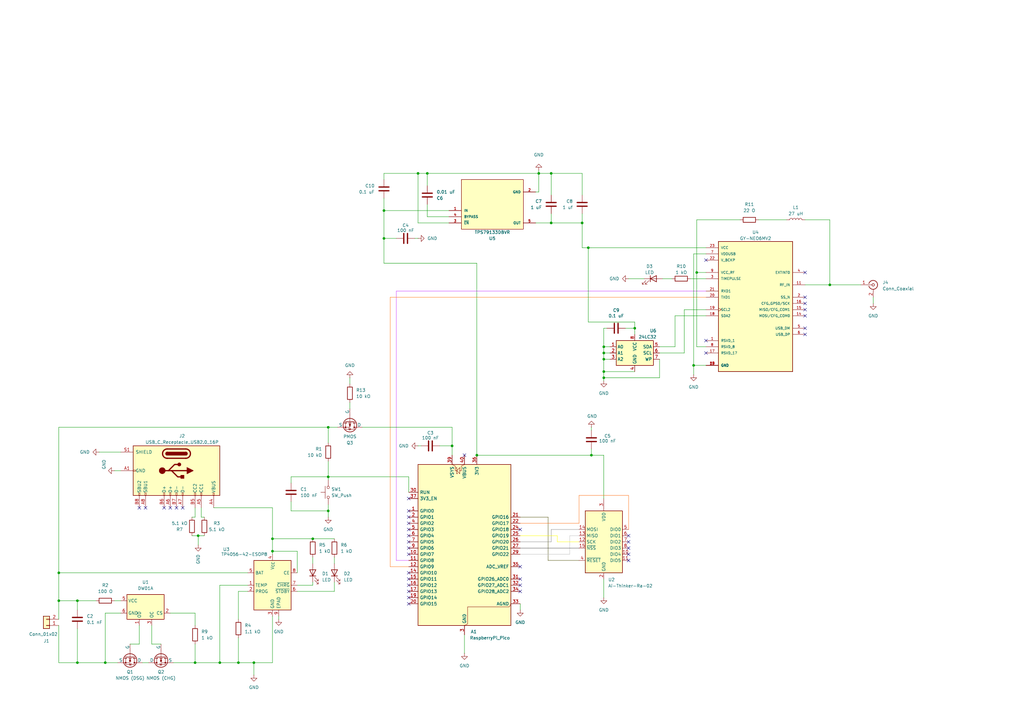
<source format=kicad_sch>
(kicad_sch (version 20250114) (generator "eeschema") (generator_version "9.0")
  (paper "A3")
  (lib_symbols
    (symbol "Battery_Management:DW01A"
      (property "Reference" "U1" (at 0 10.16 0))
      (property "Value" "DW01A" (at 0 7.62 0))
      (symbol "DW01A_0_1"
        (pin power_in line (at -10.16 2.54 0) (length 2.54) (name "VCC") (number "5"))
        (pin power_out line (at -10.16 -2.54 0) (length 2.54) (name "GND") (number "6"))
        (pin output line (at -2.54 -7.62 90) (length 2.54) (name "OD") (number "1"))
        (pin output line (at 2.54 -7.62 90) (length 2.54) (name "OC") (number "3"))
        (pin input line (at 10.16 -2.54 180) (length 2.54) (name "CS") (number "2"))
      )
      (symbol "DW01A_1_1"
        (pin no_connect line (at 10.16 2.54 180) (length 2.54) (hide yes) (name "TD") (number "4"))
      )
    )
    (symbol "Connector:Conn_Coaxial" (pin_names (offset 1.016) (hide yes))
      (property "Reference" "J" (at 0.254 3.048 0))
      (property "Value" "Conn_Coaxial" (at 2.921 0 90))
      (symbol "Conn_Coaxial_1_1"
        (pin passive line (at -5.08 0 0) (length 2.54) (name "In") (number "1"))
        (pin passive line (at 0 -5.08 90) (length 2.54) (name "Ext") (number "2"))
      )
    )
    (symbol "Connector:USB_C_Receptacle_USB2.0_16P" (pin_names (offset 1.016))
      (property "Reference" "J2" (at -14.224 2.286 90))
      (property "Value" "USB_C_Receptacle_USB2.0_16P" (at -11.684 2.286 90))
      (symbol "USB_C_Receptacle_USB2.0_16P_1_1"
        (pin passive line (at -7.62 -22.86 90) (length 5.08) (name "SHIELD") (number "S1"))
        (pin passive line (at 0 -22.86 90) (length 5.08) (name "GND") (number "A1"))
        (pin passive line (at 0 -22.86 90) (length 5.08) (hide yes) (name "GND") (number "A12"))
        (pin passive line (at 0 -22.86 90) (length 5.08) (hide yes) (name "GND") (number "B1"))
        (pin passive line (at 0 -22.86 90) (length 5.08) (hide yes) (name "GND") (number "B12"))
        (pin power_out line (at 15.24 15.24 180) (length 5.08) (name "VBUS") (number "A4"))
        (pin passive line (at 15.24 15.24 180) (length 5.08) (hide yes) (name "VBUS") (number "A9"))
        (pin passive line (at 15.24 15.24 180) (length 5.08) (hide yes) (name "VBUS") (number "B4"))
        (pin passive line (at 15.24 15.24 180) (length 5.08) (hide yes) (name "VBUS") (number "B9"))
        (pin bidirectional line (at 15.24 10.16 180) (length 5.08) (name "CC1") (number "A5"))
        (pin bidirectional line (at 15.24 7.62 180) (length 5.08) (name "CC2") (number "B5"))
        (pin bidirectional line (at 15.24 2.54 180) (length 5.08) (name "D-") (number "A7"))
        (pin bidirectional line (at 15.24 0 180) (length 5.08) (name "D-") (number "B7"))
        (pin bidirectional line (at 15.24 -2.54 180) (length 5.08) (name "D+") (number "A6"))
        (pin bidirectional line (at 15.24 -5.08 180) (length 5.08) (name "D+") (number "B6"))
        (pin bidirectional line (at 15.24 -12.7 180) (length 5.08) (name "SBU1") (number "A8"))
        (pin bidirectional line (at 15.24 -15.24 180) (length 5.08) (name "SBU2") (number "B8"))
      )
    )
    (symbol "Connector_Generic:Conn_01x02" (pin_names (offset 1.016) (hide yes))
      (property "Reference" "J" (at 0 2.54 0))
      (property "Value" "Conn_01x02" (at 0 -5.08 0))
      (symbol "Conn_01x02_1_1"
        (pin passive line (at -5.08 0 0) (length 3.81) (name "Pin_1") (number "1"))
        (pin passive line (at -5.08 -2.54 0) (length 3.81) (name "Pin_2") (number "2"))
      )
    )
    (symbol "Device:C" (pin_numbers (hide yes)) (pin_names (offset 0.254))
      (property "Reference" "C" (at 0.635 2.54 0))
      (property "Value" "C" (at 0.635 -2.54 0))
      (symbol "C_1_1"
        (pin passive line (at 0 3.81 270) (length 2.794) (name "~") (number "1"))
        (pin passive line (at 0 -3.81 90) (length 2.794) (name "~") (number "2"))
      )
    )
    (symbol "Device:L" (pin_numbers (hide yes)) (pin_names (offset 1.016) (hide yes))
      (property "Reference" "L" (at -1.27 0 90))
      (property "Value" "L" (at 1.905 0 90))
      (symbol "L_1_1"
        (pin passive line (at 0 3.81 270) (length 1.27) (name "1") (number "1"))
        (pin passive line (at 0 -3.81 90) (length 1.27) (name "2") (number "2"))
      )
    )
    (symbol "Device:LED" (pin_numbers (hide yes)) (pin_names (offset 1.016) (hide yes))
      (property "Reference" "D" (at 0 2.54 0))
      (property "Value" "LED" (at 0 -2.54 0))
      (symbol "LED_1_1"
        (pin passive line (at -3.81 0 0) (length 2.54) (name "K") (number "1"))
        (pin passive line (at 3.81 0 180) (length 2.54) (name "A") (number "2"))
      )
    )
    (symbol "Device:R" (pin_numbers (hide yes)) (pin_names (offset 0))
      (property "Reference" "R" (at 2.032 0 90))
      (property "Value" "R" (at 0 0 90))
      (symbol "R_1_1"
        (pin passive line (at 0 3.81 270) (length 1.27) (name "~") (number "1"))
        (pin passive line (at 0 -3.81 90) (length 1.27) (name "~") (number "2"))
      )
    )
    (symbol "GND_2" (power) (pin_numbers (hide yes)) (pin_names (offset 0) (hide yes))
      (property "Value" "GND" (at 0 -5.08 0))
      (symbol "GND_2_1_1"
        (pin passive line (at 0 0 270) (length 0) (name "~") (number "1"))
      )
    )
    (symbol "GY-NEO6MV2:GY-NEO6MV2" (pin_names (offset 1.016))
      (property "Reference" "U" (at -15.2439 26.0408 0))
      (property "Value" "GY-NEO6MV2" (at -15.2445 -30.4874 0))
      (symbol "GY-NEO6MV2_0_0"
        (pin input line (at -20.32 12.7 0) (length 5.08) (name "EXTINT0") (number "4"))
        (pin input line (at -20.32 7.62 0) (length 5.08) (name "RF_IN") (number "11"))
        (pin input line (at -20.32 2.54 0) (length 5.08) (name "SS_N") (number "2"))
        (pin input line (at -20.32 0 0) (length 5.08) (name "CFG_GPS0/SCK") (number "16"))
        (pin input line (at -20.32 -2.54 0) (length 5.08) (name "MISO/CFG_COM1") (number "15"))
        (pin bidirectional line (at -20.32 -5.08 0) (length 5.08) (name "MOSI/CFG_COM0") (number "14"))
        (pin bidirectional line (at -20.32 -10.16 0) (length 5.08) (name "USB_DM") (number "5"))
        (pin bidirectional line (at -20.32 -12.7 0) (length 5.08) (name "USB_DP") (number "6"))
        (pin power_in line (at 20.32 22.86 180) (length 5.08) (name "VCC") (number "23"))
        (pin power_in line (at 20.32 20.32 180) (length 5.08) (name "VDDUSB") (number "7"))
        (pin power_in line (at 20.32 17.78 180) (length 5.08) (name "V_BCKP") (number "22"))
        (pin output line (at 20.32 12.7 180) (length 5.08) (name "VCC_RF") (number "9"))
        (pin output line (at 20.32 10.16 180) (length 5.08) (name "TIMEPULSE") (number "3"))
        (pin input line (at 20.32 5.08 180) (length 5.08) (name "RXD1") (number "21"))
        (pin output line (at 20.32 2.54 180) (length 5.08) (name "TXD1") (number "20"))
        (pin bidirectional clock (at 20.32 -2.54 180) (length 5.08) (name "SCL2") (number "19"))
        (pin bidirectional line (at 20.32 -5.08 180) (length 5.08) (name "SDA2") (number "18"))
        (pin passive line (at 20.32 -15.24 180) (length 5.08) (name "RSVD_1") (number "1"))
        (pin passive line (at 20.32 -17.78 180) (length 5.08) (name "RSVD_8") (number "8"))
        (pin passive line (at 20.32 -20.32 180) (length 5.08) (name "RSVD_17") (number "17"))
        (pin power_in line (at 20.32 -25.4 180) (length 5.08) (name "GND") (number "10"))
        (pin power_in line (at 20.32 -25.4 180) (length 5.08) (name "GND") (number "12"))
        (pin power_in line (at 20.32 -25.4 180) (length 5.08) (name "GND") (number "13"))
        (pin power_in line (at 20.32 -25.4 180) (length 5.08) (name "GND") (number "24"))
      )
    )
    (symbol "MCU_Module:RaspberryPi_Pico" (pin_names (offset 0.762))
      (property "Reference" "A" (at -19.05 35.56 0))
      (property "Value" "RaspberryPi_Pico" (at 7.62 35.56 0))
      (symbol "RaspberryPi_Pico_1_1"
        (pin passive line (at -22.86 22.86 0) (length 3.81) (name "RUN") (number "30"))
        (pin passive line (at -22.86 20.32 0) (length 3.81) (name "3V3_EN") (number "37"))
        (pin bidirectional line (at -22.86 15.24 0) (length 3.81) (name "GPIO0") (number "1"))
        (pin bidirectional line (at -22.86 12.7 0) (length 3.81) (name "GPIO1") (number "2"))
        (pin bidirectional line (at -22.86 10.16 0) (length 3.81) (name "GPIO2") (number "4"))
        (pin bidirectional line (at -22.86 7.62 0) (length 3.81) (name "GPIO3") (number "5"))
        (pin bidirectional line (at -22.86 5.08 0) (length 3.81) (name "GPIO4") (number "6"))
        (pin bidirectional line (at -22.86 2.54 0) (length 3.81) (name "GPIO5") (number "7"))
        (pin bidirectional line (at -22.86 0 0) (length 3.81) (name "GPIO6") (number "9"))
        (pin bidirectional line (at -22.86 -2.54 0) (length 3.81) (name "GPIO7") (number "10"))
        (pin bidirectional line (at -22.86 -5.08 0) (length 3.81) (name "GPIO8") (number "11"))
        (pin bidirectional line (at -22.86 -7.62 0) (length 3.81) (name "GPIO9") (number "12"))
        (pin bidirectional line (at -22.86 -10.16 0) (length 3.81) (name "GPIO10") (number "14"))
        (pin bidirectional line (at -22.86 -12.7 0) (length 3.81) (name "GPIO11") (number "15"))
        (pin bidirectional line (at -22.86 -15.24 0) (length 3.81) (name "GPIO12") (number "16"))
        (pin bidirectional line (at -22.86 -17.78 0) (length 3.81) (name "GPIO13") (number "17"))
        (pin bidirectional line (at -22.86 -20.32 0) (length 3.81) (name "GPIO14") (number "19"))
        (pin bidirectional line (at -22.86 -22.86 0) (length 3.81) (name "GPIO15") (number "20"))
        (pin power_in line (at -5.08 38.1 270) (length 3.81) (name "VSYS") (number "39"))
        (pin power_out line (at 0 38.1 270) (length 3.81) (name "VBUS") (number "40"))
        (pin passive line (at 0 -35.56 90) (length 3.81) (hide yes) (name "GND") (number "13"))
        (pin passive line (at 0 -35.56 90) (length 3.81) (hide yes) (name "GND") (number "18"))
        (pin passive line (at 0 -35.56 90) (length 3.81) (hide yes) (name "GND") (number "23"))
        (pin passive line (at 0 -35.56 90) (length 3.81) (hide yes) (name "GND") (number "28"))
        (pin power_out line (at 0 -35.56 90) (length 3.81) (name "GND") (number "3"))
        (pin passive line (at 0 -35.56 90) (length 3.81) (hide yes) (name "GND") (number "38"))
        (pin passive line (at 0 -35.56 90) (length 3.81) (hide yes) (name "GND") (number "8"))
        (pin power_out line (at 5.08 38.1 270) (length 3.81) (name "3V3") (number "36"))
        (pin bidirectional line (at 22.86 12.7 180) (length 3.81) (name "GPIO16") (number "21"))
        (pin bidirectional line (at 22.86 10.16 180) (length 3.81) (name "GPIO17") (number "22"))
        (pin bidirectional line (at 22.86 7.62 180) (length 3.81) (name "GPIO18") (number "24"))
        (pin bidirectional line (at 22.86 5.08 180) (length 3.81) (name "GPIO19") (number "25"))
        (pin bidirectional line (at 22.86 2.54 180) (length 3.81) (name "GPIO20") (number "26"))
        (pin bidirectional line (at 22.86 0 180) (length 3.81) (name "GPIO21") (number "27"))
        (pin bidirectional line (at 22.86 -2.54 180) (length 3.81) (name "GPIO22") (number "29"))
        (pin power_in line (at 22.86 -7.62 180) (length 3.81) (name "ADC_VREF") (number "35"))
        (pin bidirectional line (at 22.86 -12.7 180) (length 3.81) (name "GPIO26_ADC0") (number "31"))
        (pin bidirectional line (at 22.86 -15.24 180) (length 3.81) (name "GPIO27_ADC1") (number "32"))
        (pin bidirectional line (at 22.86 -17.78 180) (length 3.81) (name "GPIO28_ADC2") (number "34"))
        (pin power_out line (at 22.86 -22.86 180) (length 3.81) (name "AGND") (number "33"))
      )
    )
    (symbol "Memory_EEPROM:24LC32"
      (property "Reference" "U" (at -6.35 6.35 0))
      (property "Value" "24LC32" (at 1.27 6.35 0))
      (symbol "24LC32_1_1"
        (pin input line (at -10.16 2.54 0) (length 2.54) (name "A0") (number "1"))
        (pin input line (at -10.16 0 0) (length 2.54) (name "A1") (number "2"))
        (pin input line (at -10.16 -2.54 0) (length 2.54) (name "A2") (number "3"))
        (pin power_in line (at 0 7.62 270) (length 2.54) (name "VCC") (number "8"))
        (pin power_in line (at 0 -7.62 90) (length 2.54) (name "GND") (number "4"))
        (pin bidirectional line (at 10.16 2.54 180) (length 2.54) (name "SDA") (number "5"))
        (pin input line (at 10.16 0 180) (length 2.54) (name "SCL") (number "6"))
        (pin input line (at 10.16 -2.54 180) (length 2.54) (name "WP") (number "7"))
      )
    )
    (symbol "RF_Module:Ai-Thinker-Ra-02"
      (property "Reference" "U" (at 2.54 19.05 0))
      (property "Value" "Ai-Thinker-Ra-02" (at 13.97 -15.24 0))
      (symbol "Ai-Thinker-Ra-02_1_1"
        (pin input line (at -10.16 5.08 0) (length 2.54) (name "MOSI") (number "14"))
        (pin output line (at -10.16 2.54 0) (length 2.54) (name "MISO") (number "13"))
        (pin input line (at -10.16 0 0) (length 2.54) (name "SCK") (number "12"))
        (pin input line (at -10.16 -2.54 0) (length 2.54) (name "~{NSS}") (number "15"))
        (pin input line (at -10.16 -7.62 0) (length 2.54) (name "~{RESET}") (number "4"))
        (pin power_in line (at 0 17.78 270) (length 5.08) (name "VDD") (number "3"))
        (pin passive line (at 0 -15.24 90) (length 2.54) (hide yes) (name "GND") (number "1"))
        (pin passive line (at 0 -15.24 90) (length 2.54) (hide yes) (name "GND") (number "16"))
        (pin power_in line (at 0 -15.24 90) (length 2.54) (name "GND") (number "2"))
        (pin passive line (at 0 -15.24 90) (length 2.54) (hide yes) (name "GND") (number "9"))
        (pin bidirectional line (at 10.16 5.08 180) (length 2.54) (name "DIO0") (number "5"))
        (pin bidirectional line (at 10.16 2.54 180) (length 2.54) (name "DIO1") (number "6"))
        (pin bidirectional line (at 10.16 0 180) (length 2.54) (name "DIO2") (number "7"))
        (pin bidirectional line (at 10.16 -2.54 180) (length 2.54) (name "DIO3") (number "8"))
        (pin bidirectional line (at 10.16 -5.08 180) (length 2.54) (name "DIO4") (number "10"))
        (pin bidirectional line (at 10.16 -7.62 180) (length 2.54) (name "DIO5") (number "11"))
      )
    )
    (symbol "Simulation_SPICE:NMOS" (pin_numbers (hide yes)) (pin_names (offset 0))
      (property "Reference" "Q" (at 5.08 1.27 0))
      (property "Value" "NMOS" (at 5.08 -1.27 0))
      (symbol "NMOS_1_1"
        (pin input line (at -5.08 0 0) (length 2.54) (name "G") (number "2"))
        (pin passive line (at 2.54 5.08 270) (length 2.54) (name "D") (number "1"))
        (pin passive line (at 2.54 -5.08 90) (length 2.54) (name "S") (number "3"))
      )
    )
    (symbol "Simulation_SPICE:PMOS" (pin_numbers (hide yes)) (pin_names (offset 0))
      (property "Reference" "Q" (at 5.08 1.27 0))
      (property "Value" "PMOS" (at 5.08 -1.27 0))
      (symbol "PMOS_1_1"
        (pin input line (at -5.08 0 0) (length 2.54) (name "G") (number "2"))
        (pin passive line (at 2.54 5.08 270) (length 2.54) (name "D") (number "1"))
        (pin passive line (at 2.54 -5.08 90) (length 2.54) (name "S") (number "3"))
      )
    )
    (symbol "Switch:SW_Push" (pin_numbers (hide yes)) (pin_names (offset 1.016) (hide yes))
      (property "Reference" "SW" (at 1.27 2.54 0))
      (property "Value" "SW_Push" (at 0 -1.524 0))
      (symbol "SW_Push_0_1"
        (pin passive line (at -5.08 0 0) (length 2.54) (name "1") (number "1"))
        (pin passive line (at 5.08 0 180) (length 2.54) (name "2") (number "2"))
      )
    )
    (symbol "TP4056-42-ESOP8_1"
      (property "Reference" "U" (at -6.604 11.684 0))
      (property "Value" "TP4056-42-ESOP8" (at 10.16 11.684 0))
      (symbol "TP4056-42-ESOP8_1_1_0"
        (pin input line (at -10.16 5.08 0) (length 2.54) (name "CE") (number "8"))
        (pin open_collector line (at -10.16 0 0) (length 2.54) (name "~{CHRG}") (number "7"))
        (pin open_collector line (at -10.16 -2.54 0) (length 2.54) (name "~{STDBY}") (number "6"))
        (pin passive line (at -2.54 -12.7 90) (length 2.54) (name "EPAD") (number "9"))
        (pin power_in line (at 0 12.7 270) (length 2.54) (name "V_{CC}") (number "4"))
        (pin power_in line (at 0 -12.7 90) (length 2.54) (name "GND") (number "3"))
        (pin power_out line (at 10.16 5.08 180) (length 2.54) (name "BAT") (number "5"))
        (pin input line (at 10.16 0 180) (length 2.54) (name "TEMP") (number "1"))
        (pin passive line (at 10.16 -2.54 180) (length 2.54) (name "PROG") (number "2"))
      )
    )
    (symbol "TPS79133DBVR:TPS79133DBVR" (pin_names (offset 1.016))
      (property "Reference" "U5" (at 0 13.97 0))
      (property "Value" "TPS79133DBVR" (at 0 11.43 0))
      (symbol "TPS79133DBVR_0_0"
        (pin input line (at -17.78 7.62 0) (length 5.08) (name "~{EN}") (number "3"))
        (pin input line (at -17.78 5.08 0) (length 5.08) (name "BYPASS") (number "4"))
        (pin input line (at -17.78 2.54 0) (length 5.08) (name "IN") (number "1"))
        (pin power_out line (at 17.78 7.62 180) (length 5.08) (name "OUT") (number "5"))
        (pin power_in line (at 17.78 -5.08 180) (length 5.08) (name "GND") (number "2"))
      )
    )
    (symbol "power:GND" (power) (pin_numbers (hide yes)) (pin_names (offset 0) (hide yes))
      (property "Value" "GND" (at 0 -3.81 0))
      (symbol "GND_1_1"
        (pin power_in line (at 0 0 270) (length 0) (name "~") (number "1"))
      )
    )
  )
  (junction (at 285.75 111.76))
  (junction (at 185.42 182.88))
  (junction (at 220.98 71.12))
  (junction (at 128.27 220.98))
  (junction (at 226.06 91.44))
  (junction (at 247.65 142.24))
  (junction (at 242.57 186.69))
  (junction (at 241.3 101.6))
  (junction (at 247.65 152.4))
  (junction (at 247.65 144.78))
  (junction (at 80.01 271.78))
  (junction (at 171.45 71.12))
  (junction (at 134.62 195.58))
  (junction (at 104.14 271.78))
  (junction (at 134.62 175.26))
  (junction (at 81.28 219.71))
  (junction (at 175.26 71.12))
  (junction (at 260.35 134.62))
  (junction (at 24.13 246.38))
  (junction (at 238.76 91.44))
  (junction (at 247.65 147.32))
  (junction (at 97.79 271.78))
  (junction (at 157.48 86.36))
  (junction (at 340.36 116.84))
  (junction (at 226.06 71.12))
  (junction (at 111.76 226.06))
  (junction (at 195.58 186.69))
  (junction (at 31.75 271.78))
  (junction (at 90.17 271.78))
  (junction (at 24.13 234.95))
  (junction (at 111.76 220.98))
  (junction (at 31.75 246.38))
  (junction (at 284.48 149.86))
  (junction (at 134.62 209.55))
  (junction (at 247.65 154.94))
  (junction (at 43.18 271.78))
  (junction (at 157.48 97.79))
  (no_connect (at 57.15 208.28))
  (no_connect (at 167.64 245.11))
  (no_connect (at 67.31 208.28))
  (no_connect (at 167.64 227.33))
  (no_connect (at 330.2 129.54))
  (no_connect (at 330.2 127))
  (no_connect (at 330.2 137.16))
  (no_connect (at 167.64 240.03))
  (no_connect (at 289.56 144.78))
  (no_connect (at 167.64 204.47))
  (no_connect (at 167.64 234.95))
  (no_connect (at 72.39 208.28))
  (no_connect (at 257.81 227.33))
  (no_connect (at 167.64 214.63))
  (no_connect (at 330.2 124.46))
  (no_connect (at 213.36 217.17))
  (no_connect (at 213.36 240.03))
  (no_connect (at 167.64 242.57))
  (no_connect (at 257.81 219.71))
  (no_connect (at 257.81 229.87))
  (no_connect (at 167.64 212.09))
  (no_connect (at 289.56 139.7))
  (no_connect (at 167.64 224.79))
  (no_connect (at 167.64 222.25))
  (no_connect (at 289.56 106.68))
  (no_connect (at 59.69 208.28))
  (no_connect (at 190.5 186.69))
  (no_connect (at 167.64 237.49))
  (no_connect (at 167.64 217.17))
  (no_connect (at 213.36 232.41))
  (no_connect (at 69.85 208.28))
  (no_connect (at 167.64 247.65))
  (no_connect (at 330.2 134.62))
  (no_connect (at 213.36 242.57))
  (no_connect (at 330.2 121.92))
  (no_connect (at 167.64 209.55))
  (no_connect (at 257.81 224.79))
  (no_connect (at 74.93 208.28))
  (no_connect (at 167.64 219.71))
  (no_connect (at 213.36 237.49))
  (no_connect (at 257.81 222.25))
  (no_connect (at 330.2 111.76))
  (wire (pts (xy 175.26 88.9) (xy 175.26 83.82)))
  (wire (pts (xy 340.36 116.84) (xy 330.2 116.84)))
  (wire (pts (xy 190.5 260.35) (xy 190.5 267.97)))
  (wire (pts (xy 157.48 71.12) (xy 171.45 71.12)))
  (wire (pts (xy 250.19 147.32) (xy 247.65 147.32)))
  (wire (pts (xy 160.02 121.92) (xy 160.02 232.41)) (stroke (width 0) (color 255 115 12 1)))
  (wire (pts (xy 134.62 207.01) (xy 134.62 209.55)))
  (wire (pts (xy 128.27 220.98) (xy 111.76 220.98)))
  (wire (pts (xy 143.51 154.94) (xy 143.51 157.48)))
  (wire (pts (xy 250.19 144.78) (xy 247.65 144.78)))
  (wire (pts (xy 162.56 119.38) (xy 162.56 229.87)) (stroke (width 0) (color 199 54 255 1)))
  (wire (pts (xy 226.06 91.44) (xy 226.06 87.63)))
  (wire (pts (xy 171.45 182.88) (xy 172.72 182.88)))
  (wire (pts (xy 241.3 101.6) (xy 289.56 101.6)))
  (wire (pts (xy 270.51 144.78) (xy 280.67 144.78)))
  (wire (pts (xy 134.62 175.26) (xy 138.43 175.26)))
  (wire (pts (xy 247.65 186.69) (xy 247.65 204.47)))
  (wire (pts (xy 175.26 76.2) (xy 175.26 71.12)))
  (wire (pts (xy 340.36 90.17) (xy 340.36 116.84)))
  (wire (pts (xy 247.65 237.49) (xy 247.65 245.11)))
  (wire (pts (xy 31.75 246.38) (xy 31.75 250.19)))
  (wire (pts (xy 134.62 175.26) (xy 134.62 181.61)))
  (wire (pts (xy 247.65 147.32) (xy 247.65 152.4)))
  (wire (pts (xy 57.15 256.54) (xy 57.15 264.16)))
  (wire (pts (xy 97.79 261.62) (xy 97.79 271.78)))
  (wire (pts (xy 233.68 219.71) (xy 237.49 219.71)) (stroke (width 0) (color 194 194 194 1)))
  (wire (pts (xy 213.36 212.09) (xy 224.79 212.09)) (stroke (width 0) (color 72 72 0 1)))
  (wire (pts (xy 260.35 132.08) (xy 260.35 134.62)))
  (wire (pts (xy 80.01 208.28) (xy 80.01 212.09)))
  (wire (pts (xy 237.49 203.2) (xy 257.81 203.2)) (stroke (width 0) (color 255 110 18 1)))
  (wire (pts (xy 82.55 212.09) (xy 83.82 212.09)))
  (wire (pts (xy 285.75 90.17) (xy 303.53 90.17)))
  (wire (pts (xy 238.76 80.01) (xy 238.76 71.12)))
  (wire (pts (xy 171.45 71.12) (xy 175.26 71.12)))
  (wire (pts (xy 247.65 152.4) (xy 247.65 154.94)))
  (wire (pts (xy 238.76 91.44) (xy 238.76 101.6)))
  (wire (pts (xy 289.56 129.54) (xy 276.86 129.54)))
  (wire (pts (xy 322.58 90.17) (xy 311.15 90.17)))
  (wire (pts (xy 157.48 86.36) (xy 157.48 81.28)))
  (wire (pts (xy 280.67 144.78) (xy 280.67 127)))
  (wire (pts (xy 157.48 86.36) (xy 157.48 97.79)))
  (wire (pts (xy 226.06 217.17) (xy 237.49 217.17)) (stroke (width 0) (color 132 132 132 1)))
  (wire (pts (xy 90.17 271.78) (xy 97.79 271.78)))
  (wire (pts (xy 134.62 195.58) (xy 167.64 195.58)))
  (wire (pts (xy 330.2 90.17) (xy 340.36 90.17)))
  (wire (pts (xy 224.79 212.09) (xy 224.79 229.87)) (stroke (width 0) (color 72 72 0 1)))
  (wire (pts (xy 247.65 144.78) (xy 247.65 147.32)))
  (wire (pts (xy 24.13 246.38) (xy 31.75 246.38)))
  (wire (pts (xy 24.13 175.26) (xy 24.13 234.95)))
  (wire (pts (xy 242.57 186.69) (xy 247.65 186.69)))
  (wire (pts (xy 80.01 212.09) (xy 78.74 212.09)))
  (wire (pts (xy 195.58 186.69) (xy 242.57 186.69)))
  (wire (pts (xy 81.28 219.71) (xy 81.28 223.52)))
  (wire (pts (xy 162.56 119.38) (xy 289.56 119.38)) (stroke (width 0) (color 199 54 255 1)))
  (wire (pts (xy 134.62 189.23) (xy 134.62 195.58)))
  (wire (pts (xy 213.36 222.25) (xy 226.06 222.25)) (stroke (width 0) (color 132 132 132 1)))
  (wire (pts (xy 121.92 226.06) (xy 111.76 226.06)))
  (wire (pts (xy 82.55 208.28) (xy 82.55 212.09)))
  (wire (pts (xy 171.45 97.79) (xy 170.18 97.79)))
  (wire (pts (xy 157.48 97.79) (xy 162.56 97.79)))
  (wire (pts (xy 213.36 224.79) (xy 237.49 224.79)) (stroke (width 0) (color 72 72 72 1)))
  (wire (pts (xy 49.53 193.04) (xy 46.99 193.04)))
  (wire (pts (xy 260.35 152.4) (xy 247.65 152.4)))
  (wire (pts (xy 90.17 240.03) (xy 90.17 271.78)))
  (wire (pts (xy 157.48 86.36) (xy 184.15 86.36)))
  (wire (pts (xy 104.14 271.78) (xy 104.14 276.86)))
  (wire (pts (xy 80.01 271.78) (xy 90.17 271.78)))
  (wire (pts (xy 104.14 271.78) (xy 111.76 271.78)))
  (wire (pts (xy 121.92 242.57) (xy 137.16 242.57)))
  (wire (pts (xy 247.65 142.24) (xy 247.65 144.78)))
  (wire (pts (xy 241.3 132.08) (xy 260.35 132.08)))
  (wire (pts (xy 276.86 142.24) (xy 270.51 142.24)))
  (wire (pts (xy 247.65 134.62) (xy 247.65 142.24)))
  (wire (pts (xy 53.34 264.16) (xy 57.15 264.16)))
  (wire (pts (xy 71.12 271.78) (xy 80.01 271.78)))
  (wire (pts (xy 31.75 271.78) (xy 43.18 271.78)))
  (wire (pts (xy 167.64 195.58) (xy 167.64 201.93)))
  (wire (pts (xy 81.28 219.71) (xy 78.74 219.71)))
  (wire (pts (xy 220.98 71.12) (xy 220.98 78.74)))
  (wire (pts (xy 226.06 71.12) (xy 220.98 71.12)))
  (wire (pts (xy 238.76 101.6) (xy 241.3 101.6)))
  (wire (pts (xy 284.48 149.86) (xy 289.56 149.86)))
  (wire (pts (xy 81.28 219.71) (xy 83.82 219.71)))
  (wire (pts (xy 224.79 229.87) (xy 237.49 229.87)) (stroke (width 0) (color 72 72 0 1)))
  (wire (pts (xy 111.76 252.73) (xy 111.76 271.78)))
  (wire (pts (xy 69.85 251.46) (xy 80.01 251.46)))
  (wire (pts (xy 175.26 71.12) (xy 220.98 71.12)))
  (wire (pts (xy 40.64 185.42) (xy 49.53 185.42)))
  (wire (pts (xy 167.64 232.41) (xy 160.02 232.41)) (stroke (width 0) (color 255 115 12 1)))
  (wire (pts (xy 220.98 69.85) (xy 220.98 71.12)))
  (wire (pts (xy 226.06 80.01) (xy 226.06 71.12)))
  (wire (pts (xy 128.27 228.6) (xy 128.27 231.14)))
  (wire (pts (xy 289.56 111.76) (xy 285.75 111.76)))
  (wire (pts (xy 134.62 209.55) (xy 134.62 212.09)))
  (wire (pts (xy 24.13 234.95) (xy 24.13 246.38)))
  (wire (pts (xy 195.58 107.95) (xy 157.48 107.95)))
  (wire (pts (xy 160.02 121.92) (xy 289.56 121.92)) (stroke (width 0) (color 255 115 12 1)))
  (wire (pts (xy 134.62 209.55) (xy 119.38 209.55)))
  (wire (pts (xy 260.35 134.62) (xy 260.35 137.16)))
  (wire (pts (xy 119.38 205.74) (xy 119.38 209.55)))
  (wire (pts (xy 289.56 142.24) (xy 285.75 142.24)))
  (wire (pts (xy 270.51 154.94) (xy 247.65 154.94)))
  (wire (pts (xy 62.23 256.54) (xy 62.23 264.16)))
  (wire (pts (xy 157.48 73.66) (xy 157.48 71.12)))
  (wire (pts (xy 289.56 104.14) (xy 284.48 104.14)))
  (wire (pts (xy 185.42 175.26) (xy 185.42 182.88)))
  (wire (pts (xy 353.06 116.84) (xy 340.36 116.84)))
  (wire (pts (xy 276.86 129.54) (xy 276.86 142.24)))
  (wire (pts (xy 24.13 234.95) (xy 101.6 234.95)))
  (wire (pts (xy 237.49 214.63) (xy 237.49 203.2)) (stroke (width 0) (color 255 110 18 1)))
  (wire (pts (xy 285.75 142.24) (xy 285.75 111.76)))
  (wire (pts (xy 24.13 175.26) (xy 134.62 175.26)))
  (wire (pts (xy 80.01 251.46) (xy 80.01 256.54)))
  (wire (pts (xy 119.38 198.12) (xy 119.38 195.58)))
  (wire (pts (xy 97.79 271.78) (xy 104.14 271.78)))
  (wire (pts (xy 213.36 214.63) (xy 237.49 214.63)) (stroke (width 0) (color 255 110 18 1)))
  (wire (pts (xy 39.37 246.38) (xy 31.75 246.38)))
  (wire (pts (xy 219.71 91.44) (xy 226.06 91.44)))
  (wire (pts (xy 233.68 227.33) (xy 233.68 219.71)) (stroke (width 0) (color 194 194 194 1)))
  (wire (pts (xy 280.67 127) (xy 289.56 127)))
  (wire (pts (xy 31.75 257.81) (xy 31.75 271.78)))
  (wire (pts (xy 264.16 114.3) (xy 257.81 114.3)))
  (wire (pts (xy 111.76 226.06) (xy 111.76 227.33)))
  (wire (pts (xy 242.57 175.26) (xy 242.57 176.53)))
  (wire (pts (xy 87.63 208.28) (xy 111.76 208.28)))
  (wire (pts (xy 260.35 134.62) (xy 256.54 134.62)))
  (wire (pts (xy 185.42 175.26) (xy 148.59 175.26)))
  (wire (pts (xy 180.34 182.88) (xy 185.42 182.88)))
  (wire (pts (xy 101.6 240.03) (xy 90.17 240.03)))
  (wire (pts (xy 111.76 208.28) (xy 111.76 220.98)))
  (wire (pts (xy 213.36 227.33) (xy 233.68 227.33)) (stroke (width 0) (color 194 194 194 1)))
  (wire (pts (xy 58.42 271.78) (xy 60.96 271.78)))
  (wire (pts (xy 24.13 256.54) (xy 24.13 271.78)))
  (wire (pts (xy 137.16 242.57) (xy 137.16 238.76)))
  (wire (pts (xy 247.65 154.94) (xy 247.65 156.21)))
  (wire (pts (xy 213.36 219.71) (xy 228.6 219.71)) (stroke (width 0) (color 255 255 0 1)))
  (wire (pts (xy 119.38 195.58) (xy 134.62 195.58)))
  (wire (pts (xy 284.48 149.86) (xy 284.48 153.67)))
  (wire (pts (xy 184.15 88.9) (xy 175.26 88.9)))
  (wire (pts (xy 238.76 71.12) (xy 226.06 71.12)))
  (wire (pts (xy 157.48 97.79) (xy 157.48 107.95)))
  (wire (pts (xy 162.56 229.87) (xy 167.64 229.87)) (stroke (width 0) (color 199 54 255 1)))
  (wire (pts (xy 228.6 219.71) (xy 228.6 222.25)) (stroke (width 0) (color 255 255 0 1)))
  (wire (pts (xy 250.19 142.24) (xy 247.65 142.24)))
  (wire (pts (xy 46.99 246.38) (xy 49.53 246.38)))
  (wire (pts (xy 121.92 234.95) (xy 121.92 226.06)))
  (wire (pts (xy 62.23 264.16) (xy 66.04 264.16)))
  (wire (pts (xy 226.06 91.44) (xy 238.76 91.44)))
  (wire (pts (xy 285.75 90.17) (xy 285.75 111.76)))
  (wire (pts (xy 128.27 240.03) (xy 128.27 238.76)))
  (wire (pts (xy 220.98 78.74) (xy 219.71 78.74)))
  (wire (pts (xy 358.14 121.92) (xy 358.14 124.46)))
  (wire (pts (xy 121.92 240.03) (xy 128.27 240.03)))
  (wire (pts (xy 80.01 264.16) (xy 80.01 271.78)))
  (wire (pts (xy 137.16 228.6) (xy 137.16 231.14)))
  (wire (pts (xy 171.45 91.44) (xy 171.45 71.12)))
  (wire (pts (xy 275.59 114.3) (xy 271.78 114.3)))
  (wire (pts (xy 213.36 247.65) (xy 213.36 250.19)))
  (wire (pts (xy 171.45 91.44) (xy 184.15 91.44)))
  (wire (pts (xy 43.18 271.78) (xy 48.26 271.78)))
  (wire (pts (xy 114.3 252.73) (xy 114.3 254)))
  (wire (pts (xy 24.13 246.38) (xy 24.13 254)))
  (wire (pts (xy 242.57 184.15) (xy 242.57 186.69)))
  (wire (pts (xy 238.76 91.44) (xy 238.76 87.63)))
  (wire (pts (xy 226.06 222.25) (xy 226.06 217.17)) (stroke (width 0) (color 132 132 132 1)))
  (wire (pts (xy 248.92 134.62) (xy 247.65 134.62)))
  (wire (pts (xy 101.6 242.57) (xy 97.79 242.57)))
  (wire (pts (xy 128.27 220.98) (xy 137.16 220.98)))
  (wire (pts (xy 111.76 220.98) (xy 111.76 226.06)))
  (wire (pts (xy 195.58 107.95) (xy 195.58 186.69)))
  (wire (pts (xy 257.81 203.2) (xy 257.81 217.17)) (stroke (width 0) (color 255 110 18 1)))
  (wire (pts (xy 97.79 242.57) (xy 97.79 254)))
  (wire (pts (xy 185.42 182.88) (xy 185.42 186.69)))
  (wire (pts (xy 289.56 114.3) (xy 283.21 114.3)))
  (wire (pts (xy 24.13 271.78) (xy 31.75 271.78)))
  (wire (pts (xy 241.3 101.6) (xy 241.3 132.08)))
  (wire (pts (xy 43.18 251.46) (xy 49.53 251.46)))
  (wire (pts (xy 143.51 165.1) (xy 143.51 167.64)))
  (wire (pts (xy 284.48 104.14) (xy 284.48 149.86)))
  (wire (pts (xy 134.62 195.58) (xy 134.62 196.85)))
  (wire (pts (xy 270.51 147.32) (xy 270.51 154.94)))
  (wire (pts (xy 43.18 251.46) (xy 43.18 271.78)))
  (wire (pts (xy 228.6 222.25) (xy 237.49 222.25)) (stroke (width 0) (color 255 255 0 1)))
  (symbol (lib_id "power:GND") (at 247.65 156.21 0) (mirror y) (unit 1)
    (property "Reference" "#PWR019" (effects (hide yes)))
    (property "Value" "GND" (at 247.65 161.29 0))
    (property "Description" "Power symbol creates a global label with name \"GND\" , ground" (effects (hide yes)))
  )
  (symbol (lib_id "power:GND") (at 213.36 250.19 0) (mirror y) (unit 1)
    (property "Reference" "#PWR016" (effects (hide yes)))
    (property "Value" "GND" (at 213.36 255.27 0))
    (property "Description" "Power symbol creates a global label with name \"GND\" , ground" (effects (hide yes)))
  )
  (symbol (lib_name "TP4056-42-ESOP8_1") (lib_id "Battery_Management:TP4056-42-ESOP8") (at 111.76 240.03 0) (mirror y) (unit 1)
    (property "Reference" "U3" (at 91.44 225.298 0) (effects (justify right)))
    (property "Value" "TP4056-42-ESOP8" (at 90.678 227.33 0) (effects (justify right)))
    (property "Footprint" "Package_SO:SOIC-8-1EP_3.9x4.9mm_P1.27mm_EP2.41x3.81mm" (effects (hide yes)))
    (property "Datasheet" "https://www.lcsc.com/datasheet/lcsc_datasheet_2410121619_TOPPOWER-Nanjing-Extension-Microelectronics-TP4056-42-ESOP8_C16581.pdf" (effects (hide yes)))
    (property "Description" "1A Standalone Linear Li-ion/LiPo single-cell battery charger, 4.2V ±1% charge voltage, VCC = 4.0..8.0V, SOIC-8 (SOP-8)" (effects (hide yes)))
  )
  (symbol (lib_id "power:GND") (at 220.98 69.85 0) (mirror x) (unit 1)
    (property "Reference" "#PWR015" (effects (hide yes)))
    (property "Value" "GND" (at 220.98 63.5 0))
    (property "Description" "Power symbol creates a global label with name \"GND\" , ground" (effects (hide yes)))
  )
  (symbol (lib_id "MCU_Module:RaspberryPi_Pico") (at 190.5 224.79 0) (unit 1)
    (property "Reference" "A1" (at 193.04 259.08 0) (effects (justify left)))
    (property "Value" "RaspberryPi_Pico" (at 192.6433 261.62 0) (effects (justify left)))
    (property "Footprint" "Module:RaspberryPi_Pico_Common_SMD" (effects (hide yes)))
    (property "Datasheet" "https://datasheets.raspberrypi.com/pico/pico-datasheet.pdf" (effects (hide yes)))
    (property "Description" "Versatile and inexpensive microcontroller module powered by RP2040 dual-core Arm Cortex-M0+ processor up to 133 MHz, 264kB SRAM, 2MB QSPI flash; also supports Raspberry Pi Pico 2" (effects (hide yes)))
  )
  (symbol (lib_id "Connector:USB_C_Receptacle_USB2.0_16P") (at 72.39 193.04 270) (unit 1)
    (property "Reference" "J2" (at 74.676 178.816 90))
    (property "Value" "USB_C_Receptacle_USB2.0_16P" (at 74.676 181.356 90))
    (property "Footprint" "Connector_USB:USB_C_Receptacle_GCT_USB4105-xx-A_16P_TopMnt_Horizontal" (effects (hide yes)))
    (property "Datasheet" "https://www.usb.org/sites/default/files/documents/usb_type-c.zip" (effects (hide yes)))
    (property "Description" "USB 2.0-only 16P Type-C Receptacle connector" (effects (hide yes)))
  )
  (symbol (lib_id "Device:R") (at 83.82 215.9 0) (unit 1)
    (property "Reference" "R3" (at 88.9 214.63 0))
    (property "Value" "5.1 kO" (at 88.9 217.17 0))
    (property "Footprint" "Resistor_SMD:R_0805_2012Metric_Pad1.20x1.40mm_HandSolder" (effects (hide yes)))
    (property "Description" "Resistor" (effects (hide yes)))
  )
  (symbol (lib_id "Simulation_SPICE:NMOS") (at 53.34 269.24 270) (unit 1)
    (property "Reference" "Q1" (at 53.34 275.59 90))
    (property "Value" "NMOS (DSG)" (at 53.34 278.13 90))
    (property "Footprint" "Package_TO_SOT_SMD:SOT-23" (effects (hide yes)))
    (property "Datasheet" "https://ngspice.sourceforge.io/docs/ngspice-html-manual/manual.xhtml#cha_MOSFETs" (effects (hide yes)))
    (property "Description" "N-MOSFET transistor, drain/source/gate" (effects (hide yes)))
    (property "Sim.Device" "NMOS" (effects (hide yes)))
    (property "Sim.Type" "VDMOS" (effects (hide yes)))
    (property "Sim.Pins" "1=D 2=G 3=S" (effects (hide yes)))
  )
  (symbol (lib_id "power:GND") (at 40.64 185.42 270) (unit 1)
    (property "Reference" "#PWR011" (effects (hide yes)))
    (property "Value" "GND" (at 36.83 185.4199 90) (effects (justify right)))
    (property "Description" "Power symbol creates a global label with name \"GND\" , ground" (effects (hide yes)))
  )
  (symbol (lib_id "Device:R") (at 143.51 161.29 0) (unit 1)
    (property "Reference" "R13" (at 146.05 160.0199 0) (effects (justify left)))
    (property "Value" "10 kO" (at 146.05 162.5599 0) (effects (justify left)))
    (property "Footprint" "Resistor_SMD:R_0805_2012Metric_Pad1.20x1.40mm_HandSolder" (effects (hide yes)))
    (property "Description" "Resistor" (effects (hide yes)))
  )
  (symbol (lib_id "power:GND") (at 284.48 153.67 0) (mirror y) (unit 1)
    (property "Reference" "#PWR07" (effects (hide yes)))
    (property "Value" "GND" (at 284.48 158.75 0))
    (property "Description" "Power symbol creates a global label with name \"GND\" , ground" (effects (hide yes)))
  )
  (symbol (lib_id "Simulation_SPICE:NMOS") (at 66.04 269.24 90) (mirror x) (unit 1)
    (property "Reference" "Q2" (at 66.04 275.59 90))
    (property "Value" "NMOS (CHG)" (at 66.04 278.13 90))
    (property "Footprint" "Package_TO_SOT_SMD:SOT-23" (effects (hide yes)))
    (property "Datasheet" "https://ngspice.sourceforge.io/docs/ngspice-html-manual/manual.xhtml#cha_MOSFETs" (effects (hide yes)))
    (property "Description" "N-MOSFET transistor, drain/source/gate" (effects (hide yes)))
    (property "Sim.Device" "NMOS" (effects (hide yes)))
    (property "Sim.Type" "VDMOS" (effects (hide yes)))
    (property "Sim.Pins" "1=D 2=G 3=S" (effects (hide yes)))
  )
  (symbol (lib_id "power:GND") (at 171.45 182.88 270) (unit 1)
    (property "Reference" "#PWR09" (effects (hide yes)))
    (property "Value" "GND" (at 167.64 182.8799 90) (effects (justify right)))
    (property "Description" "Power symbol creates a global label with name \"GND\" , ground" (effects (hide yes)))
  )
  (symbol (lib_id "Connector_Generic:Conn_01x02") (at 19.05 256.54 180) (unit 1)
    (property "Reference" "J1" (at 19.05 262.89 0))
    (property "Value" "Conn_01x02" (at 17.78 260.096 0))
    (property "Footprint" "Connector_AMASS:AMASS_XT30U-M_1x02_P5.0mm_Vertical" (effects (hide yes)))
    (property "Description" "Generic connector, single row, 01x02, script generated (kicad-library-utils/schlib/autogen/connector/)" (effects (hide yes)))
  )
  (symbol (lib_id "Device:R") (at 80.01 260.35 0) (unit 1)
    (property "Reference" "R9" (at 82.55 259.0799 0) (effects (justify left)))
    (property "Value" "1 kO" (at 82.55 261.6199 0) (effects (justify left)))
    (property "Footprint" "Resistor_SMD:R_0805_2012Metric_Pad1.20x1.40mm_HandSolder" (effects (hide yes)))
    (property "Description" "Resistor" (effects (hide yes)))
  )
  (symbol (lib_id "Device:R") (at 279.4 114.3 270) (mirror x) (unit 1)
    (property "Reference" "R10" (at 279.4 109.22 90))
    (property "Value" "1 kO" (at 279.4 111.76 90))
    (property "Footprint" "Resistor_SMD:R_0805_2012Metric_Pad1.20x1.40mm_HandSolder" (effects (hide yes)))
    (property "Description" "Resistor" (effects (hide yes)))
  )
  (symbol (lib_id "Switch:SW_Push") (at 134.62 201.93 90) (unit 1)
    (property "Reference" "SW1" (at 135.89 200.6599 90) (effects (justify right)))
    (property "Value" "SW_Push" (at 135.89 203.1999 90) (effects (justify right)))
    (property "Footprint" "Button_Switch_SMD:SW_SPST_PTS645Sx43SMTR92" (effects (hide yes)))
    (property "Description" "Push button switch, generic, two pins" (effects (hide yes)))
  )
  (symbol (lib_id "Device:C") (at 226.06 83.82 0) (mirror x) (unit 1)
    (property "Reference" "C7" (at 222.25 82.5499 0) (effects (justify right)))
    (property "Value" "1 uF" (at 222.25 85.0899 0) (effects (justify right)))
    (property "Footprint" "Capacitor_SMD:C_0603_1608Metric" (effects (hide yes)))
    (property "Description" "Unpolarized capacitor" (effects (hide yes)))
  )
  (symbol (lib_id "power:GND") (at 104.14 276.86 0) (unit 1)
    (property "Reference" "#PWR01" (effects (hide yes)))
    (property "Value" "GND" (at 104.14 281.94 0))
    (property "Description" "Power symbol creates a global label with name \"GND\" , ground" (effects (hide yes)))
  )
  (symbol (lib_id "Device:LED") (at 267.97 114.3 0) (unit 1)
    (property "Reference" "D3" (at 266.3825 109.22 0))
    (property "Value" "LED" (at 266.3825 111.76 0))
    (property "Footprint" "LED_SMD:LED_0805_2012Metric" (effects (hide yes)))
    (property "Description" "Light emitting diode" (effects (hide yes)))
    (property "Sim.Pins" "1=K 2=A" (effects (hide yes)))
  )
  (symbol (lib_id "power:GND") (at 358.14 124.46 0) (unit 1)
    (property "Reference" "#PWR014" (effects (hide yes)))
    (property "Value" "GND" (at 358.14 129.54 0))
    (property "Description" "Power symbol creates a global label with name \"GND\" , ground" (effects (hide yes)))
  )
  (symbol (lib_id "Connector:Conn_Coaxial") (at 358.14 116.84 0) (unit 1)
    (property "Reference" "J4" (at 361.95 115.8631 0) (effects (justify left)))
    (property "Value" "Conn_Coaxial" (at 361.95 118.4031 0) (effects (justify left)))
    (property "Footprint" "Connector_Coaxial:SMA_Molex_73251-1153_EdgeMount_Horizontal" (effects (hide yes)))
    (property "Description" "coaxial connector (BNC, SMA, SMB, SMC, Cinch/RCA, LEMO, ...)" (effects (hide yes)))
  )
  (symbol (lib_id "power:GND") (at 242.57 175.26 180) (unit 1)
    (property "Reference" "#PWR06" (effects (hide yes)))
    (property "Value" "GND" (at 240.792 170.688 0) (effects (justify right)))
    (property "Description" "Power symbol creates a global label with name \"GND\" , ground" (effects (hide yes)))
  )
  (symbol (lib_id "GY-NEO6MV2:GY-NEO6MV2") (at 309.88 124.46 0) (mirror y) (unit 1)
    (property "Reference" "U4" (at 309.88 95.25 0))
    (property "Value" "GY-NEO6MV2" (at 309.88 97.79 0))
    (property "Footprint" "GY-NEO6MV2 (1):XCVR_GY-NEO6MV2" (effects (hide yes)))
    (property "MF" "Ublox" (effects (hide yes)))
    (property "MAXIMUM_PACKAGE_HEIGHT" "2.6 mm" (effects (hide yes)))
    (property "Package" "Package" (effects (hide yes)))
    (property "Price" "None" (effects (hide yes)))
    (property "Check_prices" "https://www.snapeda.com/parts/GY-NEO6MV2/Ublox/view-part/?ref=eda" (effects (hide yes)))
    (property "STANDARD" "Manufacturer Recommendations" (effects (hide yes)))
    (property "PARTREV" "E" (effects (hide yes)))
    (property "SnapEDA_Link" "https://www.snapeda.com/parts/GY-NEO6MV2/Ublox/view-part/?ref=snap" (effects (hide yes)))
    (property "MP" "GY-NEO6MV2" (effects (hide yes)))
    (property "Description_1" "The NEO-6 module series is a family of stand-alone GPS receivers featuring the high performance u-blox 6\npositioning engine." (effects (hide yes)))
    (property "Availability" "Not in stock" (effects (hide yes)))
    (property "MANUFACTURER" "Ublox" (effects (hide yes)))
  )
  (symbol (lib_id "Device:C") (at 238.76 83.82 0) (mirror x) (unit 1)
    (property "Reference" "C8" (at 234.95 82.5499 0) (effects (justify right)))
    (property "Value" "1 uf" (at 234.95 85.0899 0) (effects (justify right)))
    (property "Footprint" "Capacitor_SMD:C_0603_1608Metric" (effects (hide yes)))
    (property "Description" "Unpolarized capacitor" (effects (hide yes)))
  )
  (symbol (lib_id "Memory_EEPROM:24LC32") (at 260.35 144.78 0) (unit 1)
    (property "Reference" "U6" (at 269.24 135.636 0) (effects (justify right)))
    (property "Value" "24LC32" (at 269.24 138.176 0) (effects (justify right)))
    (property "Footprint" "Package_SO:SOIC-8_3.9x4.9mm_P1.27mm" (effects (hide yes)))
    (property "Datasheet" "http://ww1.microchip.com/downloads/en/DeviceDoc/21072G.pdf" (effects (hide yes)))
    (property "Description" "I2C Serial EEPROM, 32Kb, DIP-8/SOIC-8/TSSOP-8/DFN-8" (effects (hide yes)))
  )
  (symbol (lib_id "Device:R") (at 134.62 185.42 0) (mirror y) (unit 1)
    (property "Reference" "R1" (at 132.08 184.1499 0) (effects (justify left)))
    (property "Value" "10 kO" (at 132.08 186.6899 0) (effects (justify left)))
    (property "Footprint" "Resistor_SMD:R_0805_2012Metric_Pad1.20x1.40mm_HandSolder" (effects (hide yes)))
    (property "Description" "Resistor" (effects (hide yes)))
  )
  (symbol (lib_id "Simulation_SPICE:PMOS") (at 143.51 172.72 270) (unit 1)
    (property "Reference" "Q3" (at 143.51 181.61 90))
    (property "Value" "PMOS" (at 143.51 179.07 90))
    (property "Footprint" "Package_TO_SOT_SMD:SOT-23" (effects (hide yes)))
    (property "Datasheet" "https://ngspice.sourceforge.io/docs/ngspice-html-manual/manual.xhtml#cha_MOSFETs" (effects (hide yes)))
    (property "Description" "P-MOSFET transistor, drain/source/gate" (effects (hide yes)))
    (property "Sim.Device" "PMOS" (effects (hide yes)))
    (property "Sim.Type" "VDMOS" (effects (hide yes)))
    (property "Sim.Pins" "1=D 2=G 3=S" (effects (hide yes)))
  )
  (symbol (lib_id "Device:C") (at 252.73 134.62 90) (unit 1)
    (property "Reference" "C9" (at 252.73 127.254 90))
    (property "Value" "0.1 uF" (at 252.73 129.54 90))
    (property "Footprint" "Capacitor_SMD:C_0603_1608Metric" (effects (hide yes)))
    (property "Description" "Unpolarized capacitor" (effects (hide yes)))
  )
  (symbol (lib_id "Device:C") (at 31.75 254 0) (unit 1)
    (property "Reference" "C2" (at 35.56 252.7299 0) (effects (justify left)))
    (property "Value" "0.1 nF" (at 35.56 255.2699 0) (effects (justify left)))
    (property "Footprint" "Capacitor_SMD:C_0603_1608Metric" (effects (hide yes)))
    (property "Description" "Unpolarized capacitor" (effects (hide yes)))
  )
  (symbol (lib_id "Device:R") (at 128.27 224.79 180) (unit 1)
    (property "Reference" "R5" (at 130.81 223.5199 0) (effects (justify right)))
    (property "Value" "1 kO" (at 130.81 226.0599 0) (effects (justify right)))
    (property "Footprint" "Resistor_SMD:R_0805_2012Metric_Pad1.20x1.40mm_HandSolder" (effects (hide yes)))
    (property "Description" "Resistor" (effects (hide yes)))
  )
  (symbol (lib_id "Device:C") (at 119.38 201.93 0) (unit 1)
    (property "Reference" "C1" (at 123.19 200.6599 0) (effects (justify left)))
    (property "Value" "100 nF" (at 123.19 203.1999 0) (effects (justify left)))
    (property "Footprint" "Capacitor_SMD:C_0603_1608Metric" (effects (hide yes)))
    (property "Description" "Unpolarized capacitor" (effects (hide yes)))
  )
  (symbol (lib_id "Device:C") (at 166.37 97.79 270) (mirror x) (unit 1)
    (property "Reference" "C4" (at 166.37 92.456 90))
    (property "Value" "100 nF" (at 166.37 94.488 90))
    (property "Footprint" "Capacitor_Tantalum_SMD:CP_EIA-7343-31_Kemet-D" (effects (hide yes)))
    (property "Description" "Unpolarized capacitor" (effects (hide yes)))
  )
  (symbol (lib_id "Battery_Management:DW01A") (at 59.69 248.92 0) (unit 1)
    (property "Reference" "U1" (at 59.69 238.76 0))
    (property "Value" "DW01A" (at 59.69 241.3 0))
    (property "Footprint" "Package_TO_SOT_SMD:SOT-23-6" (effects (hide yes)))
    (property "Datasheet" "https://hmsemi.com/downfile/DW01A.PDF" (effects (hide yes)))
    (property "Description" "Overcharge, overcurrent and overdischarge protection IC for single cell lithium-ion/polymer battery" (effects (hide yes)))
  )
  (symbol (lib_id "Device:LED") (at 137.16 234.95 90) (unit 1)
    (property "Reference" "D2" (at 140.97 235.2674 90) (effects (justify right)))
    (property "Value" "LED" (at 140.97 237.8074 90) (effects (justify right)))
    (property "Footprint" "LED_SMD:LED_0805_2012Metric" (effects (hide yes)))
    (property "Description" "Light emitting diode" (effects (hide yes)))
    (property "Sim.Pins" "1=K 2=A" (effects (hide yes)))
  )
  (symbol (lib_id "TPS79133DBVR:TPS79133DBVR") (at 201.93 83.82 0) (mirror x) (unit 1)
    (property "Reference" "U5" (at 201.93 97.79 0))
    (property "Value" "TPS79133DBVR" (at 201.93 95.25 0))
    (property "Footprint" "TPS79133DBVR:SOT95P280X145-5N" (effects (hide yes)))
    (property "MF" "Texas Instruments" (effects (hide yes)))
    (property "Description_1" "100-mA, low-noise, low-dropout voltage regulator with enable" (effects (hide yes)))
    (property "Package" "SOT-23-5 Texas Instruments" (effects (hide yes)))
    (property "Price" "None" (effects (hide yes)))
    (property "SnapEDA_Link" "https://www.snapeda.com/parts/TPS79133DBVR/Texas+Instruments/view-part/?ref=snap" (effects (hide yes)))
    (property "MP" "TPS79133DBVR" (effects (hide yes)))
    (property "Availability" "In Stock" (effects (hide yes)))
    (property "Check_prices" "https://www.snapeda.com/parts/TPS79133DBVR/Texas+Instruments/view-part/?ref=eda" (effects (hide yes)))
  )
  (symbol (lib_id "power:GND") (at 46.99 193.04 270) (unit 1)
    (property "Reference" "#PWR012" (effects (hide yes)))
    (property "Value" "GND" (at 42.672 190.5 0))
    (property "Description" "Power symbol creates a global label with name \"GND\" , ground" (effects (hide yes)))
  )
  (symbol (lib_id "Device:L") (at 326.39 90.17 90) (unit 1)
    (property "Reference" "L1" (at 326.39 85.09 90))
    (property "Value" "27 uH" (at 326.39 87.63 90))
    (property "Footprint" "Inductor_SMD:L_1210_3225Metric" (effects (hide yes)))
    (property "Description" "Inductor" (effects (hide yes)))
  )
  (symbol (lib_name "GND_2") (lib_id "power:GND") (at 190.5 267.97 0) (unit 1)
    (property "Reference" "#PWR02" (effects (hide yes)))
    (property "Value" "GND" (at 190.5 273.05 0))
    (property "Description" "Power symbol creates a global label with name \"GND\" , ground" (effects (hide yes)))
  )
  (symbol (lib_id "Device:C") (at 176.53 182.88 90) (unit 1)
    (property "Reference" "C3" (at 176.53 177.546 90))
    (property "Value" "100 nF" (at 176.53 179.578 90))
    (property "Footprint" "Capacitor_SMD:C_0603_1608Metric" (effects (hide yes)))
    (property "Description" "Unpolarized capacitor" (effects (hide yes)))
  )
  (symbol (lib_id "power:GND") (at 143.51 154.94 180) (unit 1)
    (property "Reference" "#PWR04" (effects (hide yes)))
    (property "Value" "GND" (at 143.51 149.86 0))
    (property "Description" "Power symbol creates a global label with name \"GND\" , ground" (effects (hide yes)))
  )
  (symbol (lib_id "Device:R") (at 137.16 224.79 180) (unit 1)
    (property "Reference" "R6" (at 139.7 223.5199 0) (effects (justify right)))
    (property "Value" "1 kO" (at 139.7 226.0599 0) (effects (justify right)))
    (property "Footprint" "Resistor_SMD:R_0805_2012Metric_Pad1.20x1.40mm_HandSolder" (effects (hide yes)))
    (property "Description" "Resistor" (effects (hide yes)))
  )
  (symbol (lib_id "Device:C") (at 242.57 180.34 0) (unit 1)
    (property "Reference" "C5" (at 249.174 178.816 0))
    (property "Value" "100 nF" (at 249.174 180.848 0))
    (property "Footprint" "Capacitor_Tantalum_SMD:CP_EIA-7343-31_Kemet-D" (effects (hide yes)))
    (property "Description" "Unpolarized capacitor" (effects (hide yes)))
  )
  (symbol (lib_id "power:GND") (at 257.81 114.3 270) (mirror x) (unit 1)
    (property "Reference" "#PWR08" (effects (hide yes)))
    (property "Value" "GND" (at 254 114.2999 90) (effects (justify right)))
    (property "Description" "Power symbol creates a global label with name \"GND\" , ground" (effects (hide yes)))
  )
  (symbol (lib_id "Device:LED") (at 128.27 234.95 90) (unit 1)
    (property "Reference" "D1" (at 132.08 235.2674 90) (effects (justify right)))
    (property "Value" "LED" (at 132.08 237.8074 90) (effects (justify right)))
    (property "Footprint" "LED_SMD:LED_0805_2012Metric" (effects (hide yes)))
    (property "Description" "Light emitting diode" (effects (hide yes)))
    (property "Sim.Pins" "1=K 2=A" (effects (hide yes)))
  )
  (symbol (lib_id "Device:R") (at 43.18 246.38 270) (unit 1)
    (property "Reference" "R2" (at 43.18 240.03 90))
    (property "Value" "100 O" (at 43.18 242.57 90))
    (property "Footprint" "Resistor_SMD:R_0805_2012Metric_Pad1.20x1.40mm_HandSolder" (effects (hide yes)))
    (property "Description" "Resistor" (effects (hide yes)))
  )
  (symbol (lib_id "Device:R") (at 307.34 90.17 270) (mirror x) (unit 1)
    (property "Reference" "R11" (at 307.34 83.82 90))
    (property "Value" "22 O" (at 307.34 86.36 90))
    (property "Footprint" "Resistor_SMD:R_0805_2012Metric_Pad1.20x1.40mm_HandSolder" (effects (hide yes)))
    (property "Description" "Resistor" (effects (hide yes)))
  )
  (symbol (lib_id "Device:R") (at 78.74 215.9 0) (unit 1)
    (property "Reference" "R7" (at 73.66 217.17 0))
    (property "Value" "5.1 kO" (at 73.66 214.63 0))
    (property "Footprint" "Resistor_SMD:R_0805_2012Metric_Pad1.20x1.40mm_HandSolder" (effects (hide yes)))
    (property "Description" "Resistor" (effects (hide yes)))
  )
  (symbol (lib_id "Device:C") (at 175.26 80.01 180) (unit 1)
    (property "Reference" "C6" (at 179.07 81.2801 0) (effects (justify right)))
    (property "Value" "0.01 uF" (at 179.07 78.7401 0) (effects (justify right)))
    (property "Footprint" "Capacitor_SMD:C_0603_1608Metric" (effects (hide yes)))
    (property "Description" "Unpolarized capacitor" (effects (hide yes)))
  )
  (symbol (lib_id "power:GND") (at 81.28 223.52 0) (unit 1)
    (property "Reference" "#PWR013" (effects (hide yes)))
    (property "Value" "GND" (at 81.2801 227.33 90) (effects (justify right)))
    (property "Description" "Power symbol creates a global label with name \"GND\" , ground" (effects (hide yes)))
  )
  (symbol (lib_id "Device:R") (at 97.79 257.81 0) (unit 1)
    (property "Reference" "R4" (at 100.33 256.5399 0) (effects (justify left)))
    (property "Value" "1.1 kO" (at 100.33 259.0799 0) (effects (justify left)))
    (property "Footprint" "Resistor_SMD:R_0805_2012Metric_Pad1.20x1.40mm_HandSolder" (effects (hide yes)))
    (property "Description" "Resistor" (effects (hide yes)))
  )
  (symbol (lib_id "power:GND") (at 134.62 212.09 0) (unit 1)
    (property "Reference" "#PWR03" (effects (hide yes)))
    (property "Value" "GND" (at 134.62 217.17 0))
    (property "Description" "Power symbol creates a global label with name \"GND\" , ground" (effects (hide yes)))
  )
  (symbol (lib_id "RF_Module:Ai-Thinker-Ra-02") (at 247.65 222.25 0) (unit 1)
    (property "Reference" "U2" (at 249.428 237.744 0) (effects (justify left)))
    (property "Value" "Ai-Thinker-Ra-02" (at 249.428 240.284 0) (effects (justify left)))
    (property "Footprint" "RF_Module:Ai-Thinker-Ra-01-LoRa" (effects (hide yes)))
    (property "Datasheet" "http://wiki.ai-thinker.com/_media/lora/docs/c048ps01a1_ra-02_product_specification_v1.1.pdf" (effects (hide yes)))
    (property "Description" "Ai-Thinker Ra-02 410-525 MHz LoRa Module, SPI interface, U.FL antenna connector" (effects (hide yes)))
  )
  (symbol (lib_id "power:GND") (at 114.3 254 0) (mirror y) (unit 1)
    (property "Reference" "#PWR017" (effects (hide yes)))
    (property "Value" "GND" (at 114.3 259.08 0))
    (property "Description" "Power symbol creates a global label with name \"GND\" , ground" (effects (hide yes)))
  )
  (symbol (lib_id "Device:C") (at 157.48 77.47 0) (mirror x) (unit 1)
    (property "Reference" "C10" (at 153.67 76.1999 0) (effects (justify right)))
    (property "Value" "0.1 uF" (at 153.67 78.7399 0) (effects (justify right)))
    (property "Footprint" "Capacitor_SMD:C_0603_1608Metric" (effects (hide yes)))
    (property "Description" "Unpolarized capacitor" (effects (hide yes)))
  )
  (symbol (lib_id "power:GND") (at 171.45 97.79 90) (mirror x) (unit 1)
    (property "Reference" "#PWR05" (effects (hide yes)))
    (property "Value" "GND" (at 175.26 97.7899 90) (effects (justify right)))
    (property "Description" "Power symbol creates a global label with name \"GND\" , ground" (effects (hide yes)))
  )
  (symbol (lib_id "power:GND") (at 247.65 245.11 0) (unit 1)
    (property "Reference" "#PWR010" (effects (hide yes)))
    (property "Value" "GND" (at 247.65 250.19 0))
    (property "Description" "Power symbol creates a global label with name \"GND\" , ground" (effects (hide yes)))
  )
)
</source>
